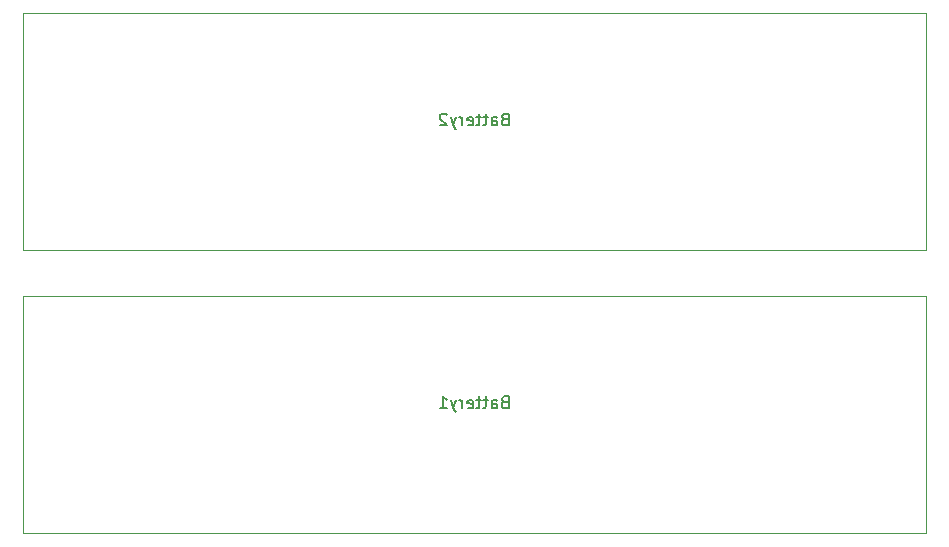
<source format=gbr>
%TF.GenerationSoftware,KiCad,Pcbnew,(5.1.10-1-10_14)*%
%TF.CreationDate,2022-01-20T11:14:49-05:00*%
%TF.ProjectId,PCB_Design,5043425f-4465-4736-9967-6e2e6b696361,rev?*%
%TF.SameCoordinates,Original*%
%TF.FileFunction,Legend,Bot*%
%TF.FilePolarity,Positive*%
%FSLAX46Y46*%
G04 Gerber Fmt 4.6, Leading zero omitted, Abs format (unit mm)*
G04 Created by KiCad (PCBNEW (5.1.10-1-10_14)) date 2022-01-20 11:14:49*
%MOMM*%
%LPD*%
G01*
G04 APERTURE LIST*
%ADD10C,0.120000*%
%ADD11C,0.150000*%
G04 APERTURE END LIST*
D10*
%TO.C,Battery1*%
X69618500Y-128951500D02*
X69618500Y-149051500D01*
X146018500Y-128951500D02*
X69618500Y-128951500D01*
X146018500Y-149051500D02*
X146018500Y-128951500D01*
X69618500Y-149051500D02*
X146018500Y-149051500D01*
%TO.C,Battery2*%
X69618500Y-105012000D02*
X69618500Y-125112000D01*
X146018500Y-105012000D02*
X69618500Y-105012000D01*
X146018500Y-125112000D02*
X146018500Y-105012000D01*
X69618500Y-125112000D02*
X146018500Y-125112000D01*
%TO.C,Battery1*%
D11*
X110366119Y-137930071D02*
X110223261Y-137977690D01*
X110175642Y-138025309D01*
X110128023Y-138120547D01*
X110128023Y-138263404D01*
X110175642Y-138358642D01*
X110223261Y-138406261D01*
X110318500Y-138453880D01*
X110699452Y-138453880D01*
X110699452Y-137453880D01*
X110366119Y-137453880D01*
X110270880Y-137501500D01*
X110223261Y-137549119D01*
X110175642Y-137644357D01*
X110175642Y-137739595D01*
X110223261Y-137834833D01*
X110270880Y-137882452D01*
X110366119Y-137930071D01*
X110699452Y-137930071D01*
X109270880Y-138453880D02*
X109270880Y-137930071D01*
X109318500Y-137834833D01*
X109413738Y-137787214D01*
X109604214Y-137787214D01*
X109699452Y-137834833D01*
X109270880Y-138406261D02*
X109366119Y-138453880D01*
X109604214Y-138453880D01*
X109699452Y-138406261D01*
X109747071Y-138311023D01*
X109747071Y-138215785D01*
X109699452Y-138120547D01*
X109604214Y-138072928D01*
X109366119Y-138072928D01*
X109270880Y-138025309D01*
X108937547Y-137787214D02*
X108556595Y-137787214D01*
X108794690Y-137453880D02*
X108794690Y-138311023D01*
X108747071Y-138406261D01*
X108651833Y-138453880D01*
X108556595Y-138453880D01*
X108366119Y-137787214D02*
X107985166Y-137787214D01*
X108223261Y-137453880D02*
X108223261Y-138311023D01*
X108175642Y-138406261D01*
X108080404Y-138453880D01*
X107985166Y-138453880D01*
X107270880Y-138406261D02*
X107366119Y-138453880D01*
X107556595Y-138453880D01*
X107651833Y-138406261D01*
X107699452Y-138311023D01*
X107699452Y-137930071D01*
X107651833Y-137834833D01*
X107556595Y-137787214D01*
X107366119Y-137787214D01*
X107270880Y-137834833D01*
X107223261Y-137930071D01*
X107223261Y-138025309D01*
X107699452Y-138120547D01*
X106794690Y-138453880D02*
X106794690Y-137787214D01*
X106794690Y-137977690D02*
X106747071Y-137882452D01*
X106699452Y-137834833D01*
X106604214Y-137787214D01*
X106508976Y-137787214D01*
X106270880Y-137787214D02*
X106032785Y-138453880D01*
X105794690Y-137787214D02*
X106032785Y-138453880D01*
X106128023Y-138691976D01*
X106175642Y-138739595D01*
X106270880Y-138787214D01*
X104889928Y-138453880D02*
X105461357Y-138453880D01*
X105175642Y-138453880D02*
X105175642Y-137453880D01*
X105270880Y-137596738D01*
X105366119Y-137691976D01*
X105461357Y-137739595D01*
%TO.C,Battery2*%
X110366119Y-113990571D02*
X110223261Y-114038190D01*
X110175642Y-114085809D01*
X110128023Y-114181047D01*
X110128023Y-114323904D01*
X110175642Y-114419142D01*
X110223261Y-114466761D01*
X110318500Y-114514380D01*
X110699452Y-114514380D01*
X110699452Y-113514380D01*
X110366119Y-113514380D01*
X110270880Y-113562000D01*
X110223261Y-113609619D01*
X110175642Y-113704857D01*
X110175642Y-113800095D01*
X110223261Y-113895333D01*
X110270880Y-113942952D01*
X110366119Y-113990571D01*
X110699452Y-113990571D01*
X109270880Y-114514380D02*
X109270880Y-113990571D01*
X109318500Y-113895333D01*
X109413738Y-113847714D01*
X109604214Y-113847714D01*
X109699452Y-113895333D01*
X109270880Y-114466761D02*
X109366119Y-114514380D01*
X109604214Y-114514380D01*
X109699452Y-114466761D01*
X109747071Y-114371523D01*
X109747071Y-114276285D01*
X109699452Y-114181047D01*
X109604214Y-114133428D01*
X109366119Y-114133428D01*
X109270880Y-114085809D01*
X108937547Y-113847714D02*
X108556595Y-113847714D01*
X108794690Y-113514380D02*
X108794690Y-114371523D01*
X108747071Y-114466761D01*
X108651833Y-114514380D01*
X108556595Y-114514380D01*
X108366119Y-113847714D02*
X107985166Y-113847714D01*
X108223261Y-113514380D02*
X108223261Y-114371523D01*
X108175642Y-114466761D01*
X108080404Y-114514380D01*
X107985166Y-114514380D01*
X107270880Y-114466761D02*
X107366119Y-114514380D01*
X107556595Y-114514380D01*
X107651833Y-114466761D01*
X107699452Y-114371523D01*
X107699452Y-113990571D01*
X107651833Y-113895333D01*
X107556595Y-113847714D01*
X107366119Y-113847714D01*
X107270880Y-113895333D01*
X107223261Y-113990571D01*
X107223261Y-114085809D01*
X107699452Y-114181047D01*
X106794690Y-114514380D02*
X106794690Y-113847714D01*
X106794690Y-114038190D02*
X106747071Y-113942952D01*
X106699452Y-113895333D01*
X106604214Y-113847714D01*
X106508976Y-113847714D01*
X106270880Y-113847714D02*
X106032785Y-114514380D01*
X105794690Y-113847714D02*
X106032785Y-114514380D01*
X106128023Y-114752476D01*
X106175642Y-114800095D01*
X106270880Y-114847714D01*
X105461357Y-113609619D02*
X105413738Y-113562000D01*
X105318500Y-113514380D01*
X105080404Y-113514380D01*
X104985166Y-113562000D01*
X104937547Y-113609619D01*
X104889928Y-113704857D01*
X104889928Y-113800095D01*
X104937547Y-113942952D01*
X105508976Y-114514380D01*
X104889928Y-114514380D01*
%TD*%
M02*

</source>
